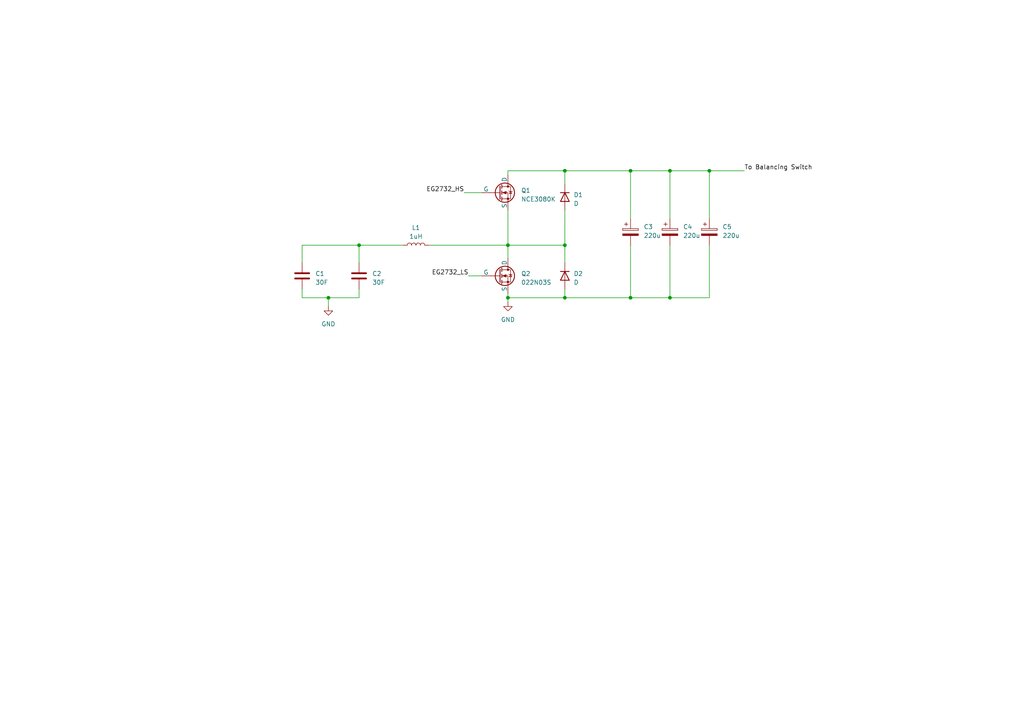
<source format=kicad_sch>
(kicad_sch (version 20230121) (generator eeschema)
  (paper "A4")
  (lib_symbols
    (symbol "Device:C" (pin_numbers hide) (pin_names (offset 0.254))
      (property "Reference" "C" (at 0.635 2.54 0))
      (property "Value" "C" (at 0.635 -2.54 0))
      (symbol "C_0_1"
        (polyline (pts (xy -2.032 -0.762) (xy 2.032 -0.762)) (stroke (width 0.508)))
        (polyline (pts (xy -2.032 0.762) (xy 2.032 0.762)) (stroke (width 0.508)))
      )
      (symbol "C_1_1"
        (pin passive line (at 0 3.81 270) (length 2.794) (name "~") (number "1"))
        (pin passive line (at 0 -3.81 90) (length 2.794) (name "~") (number "2"))
      )
    )
    (symbol "Device:C_Polarized" (pin_numbers hide) (pin_names (offset 0.254))
      (property "Reference" "C" (at 0.635 2.54 0))
      (property "Value" "C_Polarized" (at 0.635 -2.54 0))
      (symbol "C_Polarized_0_1"
        (rectangle (start -2.286 0.508) (end 2.286 1.016))
        (polyline (pts (xy -1.778 2.286) (xy -0.762 2.286)))
        (polyline (pts (xy -1.27 2.794) (xy -1.27 1.778)))
        (rectangle (start 2.286 -0.508) (end -2.286 -1.016) (fill (type outline)))
      )
      (symbol "C_Polarized_1_1"
        (pin passive line (at 0 3.81 270) (length 2.794) (name "~") (number "1"))
        (pin passive line (at 0 -3.81 90) (length 2.794) (name "~") (number "2"))
      )
    )
    (symbol "Device:D" (pin_numbers hide) (pin_names (offset 1.016) hide)
      (property "Reference" "D" (at 0 2.54 0))
      (property "Value" "D" (at 0 -2.54 0))
      (symbol "D_0_1"
        (polyline (pts (xy -1.27 1.27) (xy -1.27 -1.27)) (stroke (width 0.254)))
        (polyline (pts (xy 1.27 0) (xy -1.27 0)))
        (polyline (pts (xy 1.27 1.27) (xy 1.27 -1.27) (xy -1.27 0) (xy 1.27 1.27)) (stroke (width 0.254)))
      )
      (symbol "D_1_1"
        (pin passive line (at -3.81 0 0) (length 2.54) (name "K") (number "1"))
        (pin passive line (at 3.81 0 180) (length 2.54) (name "A") (number "2"))
      )
    )
    (symbol "Device:L" (pin_numbers hide) (pin_names (offset 1.016) hide)
      (property "Reference" "L" (at -1.27 0 90))
      (property "Value" "L" (at 1.905 0 90))
      (symbol "L_0_1"
        (arc (start 0 -2.54) (mid 0.6323 -1.905) (end 0 -1.27))
        (arc (start 0 -1.27) (mid 0.6323 -0.635) (end 0 0))
        (arc (start 0 0) (mid 0.6323 0.635) (end 0 1.27))
        (arc (start 0 1.27) (mid 0.6323 1.905) (end 0 2.54))
      )
      (symbol "L_1_1"
        (pin passive line (at 0 3.81 270) (length 1.27) (name "1") (number "1"))
        (pin passive line (at 0 -3.81 90) (length 1.27) (name "2") (number "2"))
      )
    )
    (symbol "Simulation_SPICE:NMOS" (pin_numbers hide) (pin_names (offset 0))
      (property "Reference" "Q" (at 5.08 1.27 0))
      (property "Value" "NMOS" (at 5.08 -1.27 0))
      (symbol "NMOS_0_1"
        (polyline (pts (xy 0.254 0) (xy -2.54 0)))
        (polyline (pts (xy 0.254 1.905) (xy 0.254 -1.905)) (stroke (width 0.254)))
        (polyline (pts (xy 0.762 -1.27) (xy 0.762 -2.286)) (stroke (width 0.254)))
        (polyline (pts (xy 0.762 0.508) (xy 0.762 -0.508)) (stroke (width 0.254)))
        (polyline (pts (xy 0.762 2.286) (xy 0.762 1.27)) (stroke (width 0.254)))
        (polyline (pts (xy 2.54 2.54) (xy 2.54 1.778)))
        (polyline (pts (xy 2.54 -2.54) (xy 2.54 0) (xy 0.762 0)))
        (polyline (pts (xy 0.762 -1.778) (xy 3.302 -1.778) (xy 3.302 1.778) (xy 0.762 1.778)))
        (polyline (pts (xy 1.016 0) (xy 2.032 0.381) (xy 2.032 -0.381) (xy 1.016 0)) (fill (type outline)))
        (polyline (pts (xy 2.794 0.508) (xy 2.921 0.381) (xy 3.683 0.381) (xy 3.81 0.254)))
        (polyline (pts (xy 3.302 0.381) (xy 2.921 -0.254) (xy 3.683 -0.254) (xy 3.302 0.381)))
        (circle (center 1.651 0) (radius 2.794) (stroke (width 0.254)))
        (circle (center 2.54 -1.778) (radius 0.254) (fill (type outline)))
        (circle (center 2.54 1.778) (radius 0.254) (fill (type outline)))
      )
      (symbol "NMOS_1_1"
        (pin passive line (at 2.54 5.08 270) (length 2.54) (name "D") (number "1"))
        (pin input line (at -5.08 0 0) (length 2.54) (name "G") (number "2"))
        (pin passive line (at 2.54 -5.08 90) (length 2.54) (name "S") (number "3"))
      )
    )
    (symbol "power:GND" (power) (pin_names (offset 0))
      (property "Value" "GND" (at 0 -3.81 0))
      (symbol "GND_0_1"
        (polyline (pts (xy 0 0) (xy 0 -1.27) (xy 1.27 -1.27) (xy 0 -2.54) (xy -1.27 -1.27) (xy 0 -1.27)))
      )
      (symbol "GND_1_1"
        (pin power_in line (at 0 0 270) (length 0) hide (name "GND") (number "1"))
      )
    )
  )
  (junction (at 95.25 86.36))
  (junction (at 194.31 49.53))
  (junction (at 194.31 86.36))
  (junction (at 205.74 49.53))
  (junction (at 147.32 86.36))
  (junction (at 147.32 71.12))
  (junction (at 182.88 86.36))
  (junction (at 163.83 49.53))
  (junction (at 104.14 71.12))
  (junction (at 163.83 86.36))
  (junction (at 163.83 71.12))
  (junction (at 182.88 49.53))
  (wire (pts (xy 182.88 86.36) (xy 182.88 71.12)))
  (wire (pts (xy 163.83 49.53) (xy 163.83 53.34)))
  (wire (pts (xy 194.31 49.53) (xy 194.31 63.5)))
  (wire (pts (xy 182.88 49.53) (xy 182.88 63.5)))
  (wire (pts (xy 147.32 71.12) (xy 124.46 71.12)))
  (wire (pts (xy 87.63 76.2) (xy 87.63 71.12)))
  (wire (pts (xy 147.32 71.12) (xy 147.32 74.93)))
  (wire (pts (xy 163.83 49.53) (xy 182.88 49.53)))
  (wire (pts (xy 147.32 60.96) (xy 147.32 71.12)))
  (wire (pts (xy 163.83 71.12) (xy 163.83 76.2)))
  (wire (pts (xy 87.63 86.36) (xy 87.63 83.82)))
  (wire (pts (xy 205.74 86.36) (xy 205.74 71.12)))
  (wire (pts (xy 104.14 86.36) (xy 104.14 83.82)))
  (wire (pts (xy 163.83 71.12) (xy 147.32 71.12)))
  (wire (pts (xy 205.74 49.53) (xy 215.9 49.53)))
  (wire (pts (xy 163.83 83.82) (xy 163.83 86.36)))
  (wire (pts (xy 163.83 60.96) (xy 163.83 71.12)))
  (wire (pts (xy 194.31 49.53) (xy 205.74 49.53)))
  (wire (pts (xy 194.31 86.36) (xy 205.74 86.36)))
  (wire (pts (xy 205.74 49.53) (xy 205.74 63.5)))
  (wire (pts (xy 135.89 80.01) (xy 139.7 80.01)))
  (wire (pts (xy 194.31 86.36) (xy 182.88 86.36)))
  (wire (pts (xy 95.25 86.36) (xy 87.63 86.36)))
  (wire (pts (xy 87.63 71.12) (xy 104.14 71.12)))
  (wire (pts (xy 147.32 86.36) (xy 147.32 85.09)))
  (wire (pts (xy 95.25 88.9) (xy 95.25 86.36)))
  (wire (pts (xy 104.14 71.12) (xy 116.84 71.12)))
  (wire (pts (xy 147.32 49.53) (xy 147.32 50.8)))
  (wire (pts (xy 95.25 86.36) (xy 104.14 86.36)))
  (wire (pts (xy 194.31 86.36) (xy 194.31 71.12)))
  (wire (pts (xy 163.83 86.36) (xy 182.88 86.36)))
  (wire (pts (xy 194.31 49.53) (xy 182.88 49.53)))
  (wire (pts (xy 104.14 71.12) (xy 104.14 76.2)))
  (wire (pts (xy 147.32 49.53) (xy 163.83 49.53)))
  (wire (pts (xy 147.32 87.63) (xy 147.32 86.36)))
  (wire (pts (xy 134.62 55.88) (xy 139.7 55.88)))
  (wire (pts (xy 147.32 86.36) (xy 163.83 86.36)))
  (label "EG2732_HS" (at 134.62 55.88 180))
  (label "EG2732_LS" (at 135.89 80.01 180))
  (label "To Balancing Switch" (at 215.9 49.53 0))
  (symbol (lib_id "Device:C_Polarized") (at 194.31 67.31 0) (unit 1)
    (property "Reference" "C4" (at 198.12 65.786 0) (effects (justify left)))
    (property "Value" "220u" (at 198.12 68.326 0) (effects (justify left)))
  )
  (symbol (lib_id "Device:L") (at 120.65 71.12 90) (unit 1)
    (property "Reference" "L1" (at 120.65 66.04 90))
    (property "Value" "1uH" (at 120.65 68.58 90))
  )
  (symbol (lib_id "Device:D") (at 163.83 57.15 270) (unit 1)
    (property "Reference" "D1" (at 166.37 56.515 90) (effects (justify left)))
    (property "Value" "D" (at 166.37 59.055 90) (effects (justify left)))
    (property "Sim.Device" "D" (effects hide))
    (property "Sim.Pins" "1=K 2=A" (effects hide))
  )
  (symbol (lib_id "Device:C_Polarized") (at 205.74 67.31 0) (unit 1)
    (property "Reference" "C5" (at 209.55 65.786 0) (effects (justify left)))
    (property "Value" "220u" (at 209.55 68.326 0) (effects (justify left)))
  )
  (symbol (lib_id "power:GND") (at 147.32 87.63 0) (unit 1)
    (property "Reference" "#PWR02" (effects hide))
    (property "Value" "GND" (at 147.32 92.71 0))
  )
  (symbol (lib_id "Simulation_SPICE:NMOS") (at 144.78 55.88 0) (unit 1)
    (property "Reference" "Q1" (at 151.13 55.245 0) (effects (justify left)))
    (property "Value" "NCE3080K" (at 151.13 57.785 0) (effects (justify left)))
    (property "Datasheet" "https://ngspice.sourceforge.io/docs/ngspice-manual.pdf" (effects hide))
    (property "Sim.Device" "NMOS" (effects hide))
    (property "Sim.Type" "VDMOS" (effects hide))
    (property "Sim.Pins" "1=D 2=G 3=S" (effects hide))
  )
  (symbol (lib_id "Device:C_Polarized") (at 182.88 67.31 0) (unit 1)
    (property "Reference" "C3" (at 186.69 65.786 0) (effects (justify left)))
    (property "Value" "220u" (at 186.69 68.326 0) (effects (justify left)))
  )
  (symbol (lib_id "Device:D") (at 163.83 80.01 270) (unit 1)
    (property "Reference" "D2" (at 166.37 79.375 90) (effects (justify left)))
    (property "Value" "D" (at 166.37 81.915 90) (effects (justify left)))
    (property "Sim.Device" "D" (effects hide))
    (property "Sim.Pins" "1=K 2=A" (effects hide))
  )
  (symbol (lib_id "Device:C") (at 104.14 80.01 0) (unit 1)
    (property "Reference" "C2" (at 107.95 79.375 0) (effects (justify left)))
    (property "Value" "30F" (at 107.95 81.915 0) (effects (justify left)))
  )
  (symbol (lib_id "Device:C") (at 87.63 80.01 0) (unit 1)
    (property "Reference" "C1" (at 91.44 79.375 0) (effects (justify left)))
    (property "Value" "30F" (at 91.44 81.915 0) (effects (justify left)))
  )
  (symbol (lib_id "power:GND") (at 95.25 88.9 0) (unit 1)
    (property "Reference" "#PWR01" (effects hide))
    (property "Value" "GND" (at 95.25 93.98 0))
  )
  (symbol (lib_id "Simulation_SPICE:NMOS") (at 144.78 80.01 0) (unit 1)
    (property "Reference" "Q2" (at 151.13 79.375 0) (effects (justify left)))
    (property "Value" "022N03S" (at 151.13 81.915 0) (effects (justify left)))
    (property "Datasheet" "https://ngspice.sourceforge.io/docs/ngspice-manual.pdf" (effects hide))
    (property "Sim.Device" "NMOS" (effects hide))
    (property "Sim.Type" "VDMOS" (effects hide))
    (property "Sim.Pins" "1=D 2=G 3=S" (effects hide))
  )
)
</source>
